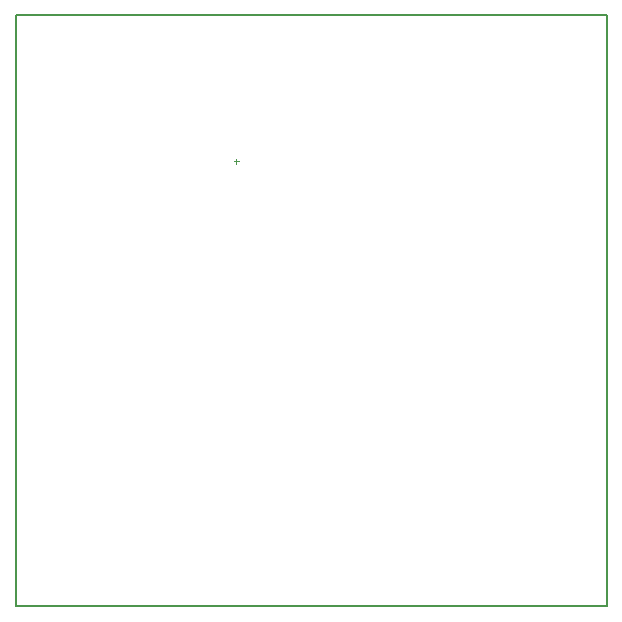
<source format=gm1>
G04*
G04 #@! TF.GenerationSoftware,Altium Limited,Altium Designer,18.1.3 (115)*
G04*
G04 Layer_Color=16711935*
%FSLAX25Y25*%
%MOIN*%
G70*
G01*
G75*
%ADD15C,0.00800*%
%ADD20C,0.00394*%
D15*
X196850Y-100D02*
Y196750D01*
X0Y-100D02*
X196850Y-100D01*
X0D02*
Y196750D01*
Y196750D02*
X196850Y196750D01*
Y-100D02*
Y196750D01*
X0Y-100D02*
X196850Y-100D01*
X0D02*
Y196750D01*
Y196750D02*
X196850Y196750D01*
D20*
X73400Y147313D02*
Y148887D01*
X72613Y148100D02*
X74187D01*
X73400Y147313D02*
Y148887D01*
X72613Y148100D02*
X74187D01*
M02*

</source>
